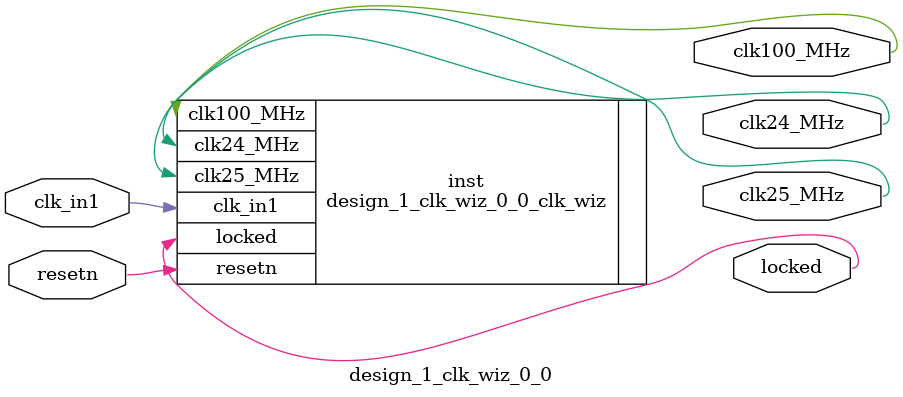
<source format=v>


`timescale 1ps/1ps

(* CORE_GENERATION_INFO = "design_1_clk_wiz_0_0,clk_wiz_v6_0_9_0_0,{component_name=design_1_clk_wiz_0_0,use_phase_alignment=true,use_min_o_jitter=false,use_max_i_jitter=false,use_dyn_phase_shift=false,use_inclk_switchover=false,use_dyn_reconfig=false,enable_axi=0,feedback_source=FDBK_AUTO,PRIMITIVE=MMCM,num_out_clk=3,clkin1_period=10.0,clkin2_period=10.0,use_power_down=false,use_reset=true,use_locked=true,use_inclk_stopped=false,feedback_type=SINGLE,CLOCK_MGR_TYPE=NA,manual_override=false}" *)

module design_1_clk_wiz_0_0 
 (
  // Clock out ports
  output        clk100_MHz,
  output        clk25_MHz,
  output        clk24_MHz,
  // Status and control signals
  input         resetn,
  output        locked,
 // Clock in ports
  input         clk_in1
 );

  design_1_clk_wiz_0_0_clk_wiz inst
  (
  // Clock out ports  
  .clk100_MHz(clk100_MHz),
  .clk25_MHz(clk25_MHz),
  .clk24_MHz(clk24_MHz),
  // Status and control signals               
  .resetn(resetn), 
  .locked(locked),
 // Clock in ports
  .clk_in1(clk_in1)
  );

endmodule

</source>
